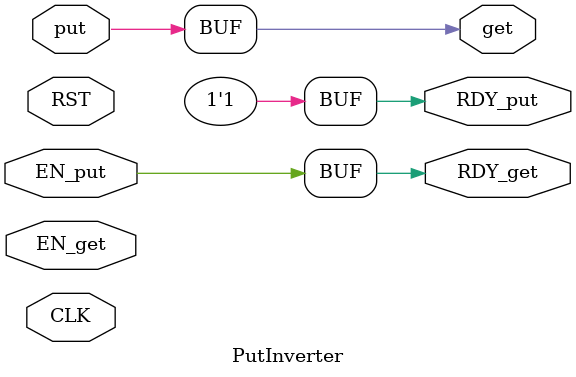
<source format=v>


// The above copyright notice and this permission notice shall be
// included in all copies or substantial portions of the Software.

// THE SOFTWARE IS PROVIDED "AS IS", WITHOUT WARRANTY OF ANY KIND,
// EXPRESS OR IMPLIED, INCLUDING BUT NOT LIMITED TO THE WARRANTIES OF
// MERCHANTABILITY, FITNESS FOR A PARTICULAR PURPOSE AND
// NONINFRINGEMENT. IN NO EVENT SHALL THE AUTHORS OR COPYRIGHT HOLDERS
// BE LIABLE FOR ANY CLAIM, DAMAGES OR OTHER LIABILITY, WHETHER IN AN
// ACTION OF CONTRACT, TORT OR OTHERWISE, ARISING FROM, OUT OF OR IN
// CONNECTION WITH THE SOFTWARE OR THE USE OR OTHER DEALINGS IN THE
// SOFTWARE.

`ifdef BSV_ASSIGNMENT_DELAY
`else
  `define BSV_ASSIGNMENT_DELAY
`endif

`ifdef BSV_POSITIVE_RESET
  `define BSV_RESET_VALUE 1'b1
  `define BSV_RESET_EDGE posedge
`else
  `define BSV_RESET_VALUE 1'b0
  `define BSV_RESET_EDGE negedge
`endif

module PutInverter(CLK,
		  RST,

		  put,
		  EN_put,
		  RDY_put,

		  get,
		  EN_get,
		  RDY_get
		  );
   parameter DATA_WIDTH = 1;

   input CLK;
   input RST;
   output [DATA_WIDTH-1 : 0] get;
   input  [DATA_WIDTH-1 : 0] put;
   input 		   EN_get;
   input 		   EN_put;
   output 		   RDY_get;
   output 		   RDY_put;

   // will this work?
   assign get = put;
   assign RDY_get = EN_put;
   assign RDY_put = 1; //not possible: EN_get;
endmodule // PutInverter

</source>
